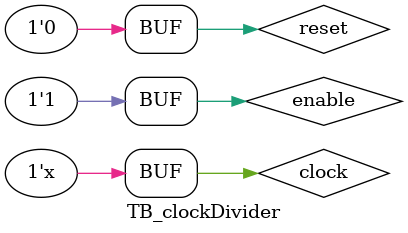
<source format=v>
`timescale 1ns / 1ps


module TB_clockDivider;

    reg clock = 0;
    reg reset = 0;
    reg enable = 1;
    wire outClock;

    clockDivider #(
        .THRESHOLD(2) // Half the freq of the raw clock
    ) UUT (
        .in_clock(clock),
        .in_reset(reset),
        .in_enable(enable),
        .out_dividedClock(outClock));

    always begin
        #1 clock = ~clock;
    end

endmodule

</source>
